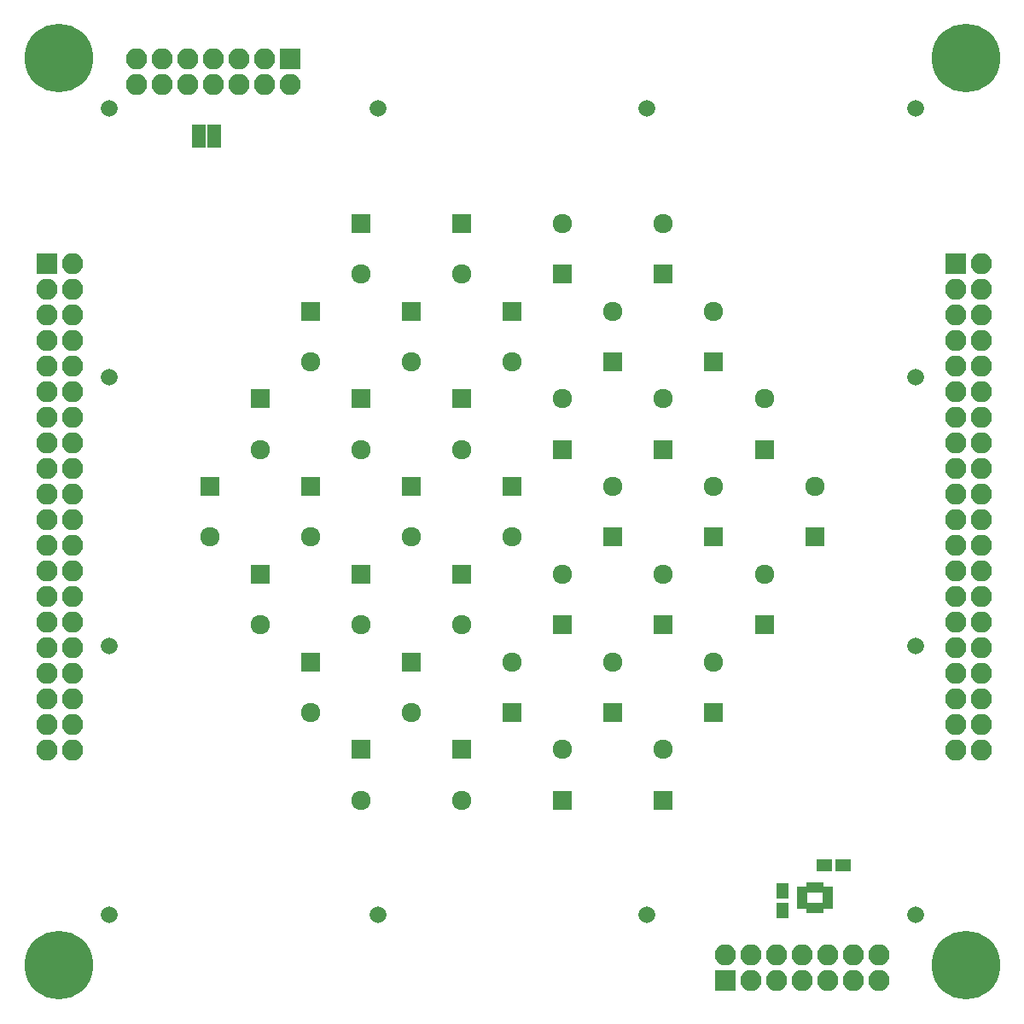
<source format=gts>
G04 #@! TF.FileFunction,Soldermask,Top*
%FSLAX46Y46*%
G04 Gerber Fmt 4.6, Leading zero omitted, Abs format (unit mm)*
G04 Created by KiCad (PCBNEW 4.0.7) date 12/17/17 16:59:44*
%MOMM*%
%LPD*%
G01*
G04 APERTURE LIST*
%ADD10C,0.100000*%
%ADD11R,0.650000X1.075000*%
%ADD12R,1.075000X0.650000*%
%ADD13R,1.150000X1.600000*%
%ADD14R,1.600000X1.150000*%
%ADD15R,1.924000X1.924000*%
%ADD16C,1.924000*%
%ADD17C,1.670000*%
%ADD18R,2.100000X2.100000*%
%ADD19O,2.100000X2.100000*%
%ADD20C,6.800000*%
%ADD21R,1.400000X1.200000*%
G04 APERTURE END LIST*
D10*
D11*
X80010000Y-89277500D03*
X80510000Y-89277500D03*
X79510000Y-89277500D03*
X80510000Y-87252500D03*
X80010000Y-87252500D03*
X79510000Y-87252500D03*
D12*
X81272500Y-89015000D03*
X81272500Y-88515000D03*
X81272500Y-88015000D03*
X81272500Y-87515000D03*
X78747500Y-87515000D03*
X78747500Y-88015000D03*
X78747500Y-88515000D03*
X78747500Y-89015000D03*
D13*
X76835000Y-87630000D03*
X76835000Y-89530000D03*
D14*
X80965000Y-85090000D03*
X82865000Y-85090000D03*
D15*
X60000000Y-52500000D03*
D16*
X60000000Y-47500000D03*
D15*
X40000000Y-30100000D03*
D16*
X40000000Y-35100000D03*
D15*
X35000000Y-38800000D03*
D16*
X35000000Y-43800000D03*
D15*
X25000000Y-38800000D03*
D16*
X25000000Y-43800000D03*
D15*
X30000000Y-30100000D03*
D16*
X30000000Y-35100000D03*
D15*
X40000000Y-47500000D03*
D16*
X40000000Y-52500000D03*
D15*
X40000000Y-64900000D03*
D16*
X40000000Y-69900000D03*
D15*
X35000000Y-56200000D03*
D16*
X35000000Y-61200000D03*
D15*
X25000000Y-56200000D03*
D16*
X25000000Y-61200000D03*
D15*
X30000000Y-47500000D03*
D16*
X30000000Y-52500000D03*
D15*
X30000000Y-64900000D03*
D16*
X30000000Y-69900000D03*
D15*
X65000000Y-78600000D03*
D16*
X65000000Y-73600000D03*
D15*
X55000000Y-78600000D03*
D16*
X55000000Y-73600000D03*
D15*
X45000000Y-73600000D03*
D16*
X45000000Y-78600000D03*
D15*
X35000000Y-73600000D03*
D16*
X35000000Y-78600000D03*
D15*
X70000000Y-69900000D03*
D16*
X70000000Y-64900000D03*
D15*
X60000000Y-69900000D03*
D16*
X60000000Y-64900000D03*
D15*
X50000000Y-69900000D03*
D16*
X50000000Y-64900000D03*
D15*
X75000000Y-61200000D03*
D16*
X75000000Y-56200000D03*
D15*
X65000000Y-61200000D03*
D16*
X65000000Y-56200000D03*
D15*
X55000000Y-61200000D03*
D16*
X55000000Y-56200000D03*
D15*
X45000000Y-56200000D03*
D16*
X45000000Y-61200000D03*
D15*
X80000000Y-52500000D03*
D16*
X80000000Y-47500000D03*
D15*
X70000000Y-52500000D03*
D16*
X70000000Y-47500000D03*
D15*
X50000000Y-47500000D03*
D16*
X50000000Y-52500000D03*
D15*
X20000000Y-47500000D03*
D16*
X20000000Y-52500000D03*
D15*
X75000000Y-43800000D03*
D16*
X75000000Y-38800000D03*
D15*
X65000000Y-43800000D03*
D16*
X65000000Y-38800000D03*
D15*
X55000000Y-43800000D03*
D16*
X55000000Y-38800000D03*
D15*
X45000000Y-38800000D03*
D16*
X45000000Y-43800000D03*
D15*
X70000000Y-35100000D03*
D16*
X70000000Y-30100000D03*
D15*
X60000000Y-35100000D03*
D16*
X60000000Y-30100000D03*
D15*
X50000000Y-30100000D03*
D16*
X50000000Y-35100000D03*
D15*
X65000000Y-26400000D03*
D16*
X65000000Y-21400000D03*
D15*
X55000000Y-26400000D03*
D16*
X55000000Y-21400000D03*
D15*
X45000000Y-21400000D03*
D16*
X45000000Y-26400000D03*
D17*
X10000000Y-36670000D03*
X10000000Y-63330000D03*
X10000000Y-90000000D03*
X36670000Y-90000000D03*
X63330000Y-90000000D03*
X90000000Y-90000000D03*
X90000000Y-63330000D03*
X90000000Y-36670000D03*
X90000000Y-10000000D03*
X63330000Y-10000000D03*
X36670000Y-10000000D03*
X10000000Y-10000000D03*
D18*
X93980000Y-25400000D03*
D19*
X96520000Y-25400000D03*
X93980000Y-27940000D03*
X96520000Y-27940000D03*
X93980000Y-30480000D03*
X96520000Y-30480000D03*
X93980000Y-33020000D03*
X96520000Y-33020000D03*
X93980000Y-35560000D03*
X96520000Y-35560000D03*
X93980000Y-38100000D03*
X96520000Y-38100000D03*
X93980000Y-40640000D03*
X96520000Y-40640000D03*
X93980000Y-43180000D03*
X96520000Y-43180000D03*
X93980000Y-45720000D03*
X96520000Y-45720000D03*
X93980000Y-48260000D03*
X96520000Y-48260000D03*
X93980000Y-50800000D03*
X96520000Y-50800000D03*
X93980000Y-53340000D03*
X96520000Y-53340000D03*
X93980000Y-55880000D03*
X96520000Y-55880000D03*
X93980000Y-58420000D03*
X96520000Y-58420000D03*
X93980000Y-60960000D03*
X96520000Y-60960000D03*
X93980000Y-63500000D03*
X96520000Y-63500000D03*
X93980000Y-66040000D03*
X96520000Y-66040000D03*
X93980000Y-68580000D03*
X96520000Y-68580000D03*
X93980000Y-71120000D03*
X96520000Y-71120000D03*
X93980000Y-73660000D03*
X96520000Y-73660000D03*
D15*
X35000000Y-21400000D03*
D16*
X35000000Y-26400000D03*
D18*
X3810000Y-25400000D03*
D19*
X6350000Y-25400000D03*
X3810000Y-27940000D03*
X6350000Y-27940000D03*
X3810000Y-30480000D03*
X6350000Y-30480000D03*
X3810000Y-33020000D03*
X6350000Y-33020000D03*
X3810000Y-35560000D03*
X6350000Y-35560000D03*
X3810000Y-38100000D03*
X6350000Y-38100000D03*
X3810000Y-40640000D03*
X6350000Y-40640000D03*
X3810000Y-43180000D03*
X6350000Y-43180000D03*
X3810000Y-45720000D03*
X6350000Y-45720000D03*
X3810000Y-48260000D03*
X6350000Y-48260000D03*
X3810000Y-50800000D03*
X6350000Y-50800000D03*
X3810000Y-53340000D03*
X6350000Y-53340000D03*
X3810000Y-55880000D03*
X6350000Y-55880000D03*
X3810000Y-58420000D03*
X6350000Y-58420000D03*
X3810000Y-60960000D03*
X6350000Y-60960000D03*
X3810000Y-63500000D03*
X6350000Y-63500000D03*
X3810000Y-66040000D03*
X6350000Y-66040000D03*
X3810000Y-68580000D03*
X6350000Y-68580000D03*
X3810000Y-71120000D03*
X6350000Y-71120000D03*
X3810000Y-73660000D03*
X6350000Y-73660000D03*
D20*
X5000000Y-5000000D03*
X95000000Y-5000000D03*
X95000000Y-95000000D03*
X5000000Y-95000000D03*
D18*
X71120000Y-96520000D03*
D19*
X71120000Y-93980000D03*
X73660000Y-96520000D03*
X73660000Y-93980000D03*
X76200000Y-96520000D03*
X76200000Y-93980000D03*
X78740000Y-96520000D03*
X78740000Y-93980000D03*
X81280000Y-96520000D03*
X81280000Y-93980000D03*
X83820000Y-96520000D03*
X83820000Y-93980000D03*
X86360000Y-96520000D03*
X86360000Y-93980000D03*
D18*
X27940000Y-5080000D03*
D19*
X27940000Y-7620000D03*
X25400000Y-5080000D03*
X25400000Y-7620000D03*
X22860000Y-5080000D03*
X22860000Y-7620000D03*
X20320000Y-5080000D03*
X20320000Y-7620000D03*
X17780000Y-5080000D03*
X17780000Y-7620000D03*
X15240000Y-5080000D03*
X15240000Y-7620000D03*
X12700000Y-5080000D03*
X12700000Y-7620000D03*
D21*
X20435000Y-13250000D03*
X18935000Y-13250000D03*
X18935000Y-12150000D03*
X20435000Y-12150000D03*
M02*

</source>
